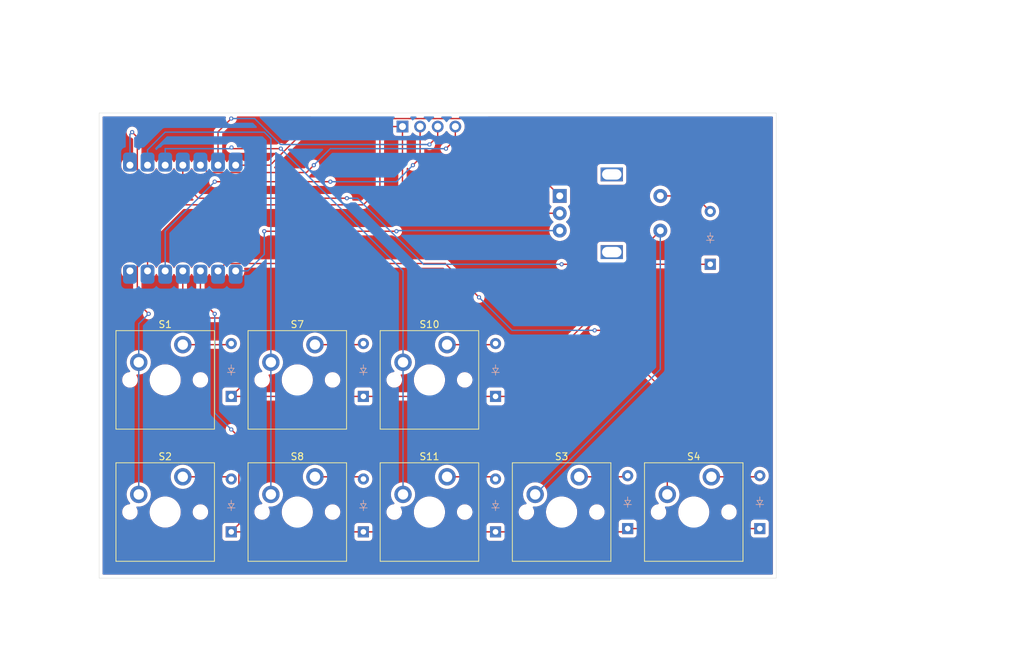
<source format=kicad_pcb>
(kicad_pcb (version 20240108) (generator "pcbnew") (generator_version "8.0")
  (layers (0 "F.Cu" signal) (31 "B.Cu" signal) (34 "B.Paste" user) (35 "F.Paste" user) (36 "B.SilkS" user "B.Silkscreen") (37 "F.SilkS" user "F.Silkscreen") (38 "B.Mask" user) (39 "F.Mask" user) (44 "Edge.Cuts" user))
  (net 0 "")
  (net 1 "Row 1")
  (net 2 "Net-(D3-A)")
  (net 3 "Net-(D4-A)")
  (net 4 "Net-(D5-A)")
  (net 5 "Net-(D6-A)")
  (net 6 "Net-(D7-A)")
  (net 7 "Net-(D8-A)")
  (net 8 "Net-(D10-A)")
  (net 9 "Net-(D11-A)")
  (net 10 "Column 3")
  (net 11 "Column 4")
  (net 12 "Column 1")
  (net 13 "Column 2")
  (net 14 "Net-(J1-SCL)")
  (net 16 "GND")
  (net 17 "Net-(J1-SDA)")
  (net 18 "Net-(U1-PB08_A6_D6_TX)")
  (net 19 "Net-(U1-PB09_A7_D7_RX)")
  (net 20 "Net-(J1-VCC)")
  (net 21 "Row 0")
  (net 22 "Column 0")
  (net 23 "RE S2")
  (footprint "ScottoKeebs_MX:MX_PCB_1.00u" (layer "F.Cu") (at 135.725 89.52875)
    (property "Reference" "S10" (at 0 -8 0) (layer "F.SilkS"))
    (property "Value" "Keyswitch")
    (fp_line (start -7.1 -7.1) (end -7.1 7.1) (stroke (width 0.12)) (layer "F.SilkS"))
    (fp_line (start -7.1 7.1) (end 7.1 7.1) (stroke (width 0.12)) (layer "F.SilkS"))
    (fp_line (start 7.1 -7.1) (end -7.1 -7.1) (stroke (width 0.12)) (layer "F.SilkS"))
    (fp_line (start 7.1 7.1) (end 7.1 -7.1) (stroke (width 0.12)) (layer "F.SilkS"))
    (pad "" np_thru_hole circle (at -5.08 0) (size 1.75 1.75) (drill 1.75) (layers "*.Cu" "*.Mask"))
    (pad "" np_thru_hole circle (at 0 0) (size 4 4) (drill 4) (layers "*.Cu" "*.Mask"))
    (pad "" np_thru_hole circle (at 5.08 0) (size 1.75 1.75) (drill 1.75) (layers "*.Cu" "*.Mask"))
    (pad "1" thru_hole circle (at -3.81 -2.54) (size 2.5 2.5) (drill 1.5) (layers "*.Cu" "*.Mask") (net 13 "Column 2"))
    (pad "2" thru_hole circle (at 2.54 -5.08) (size 2.5 2.5) (drill 1.5) (layers "*.Cu" "*.Mask") (net 8 "Net-(D10-A)"))
  )
  (footprint "ScottoKeebs_Scotto:Encoder_EC11_MX" (layer "F.Cu") (at 162.00625 65.50375)
    (property "Reference" "SW2" (hide yes))
    (property "Value" "RotaryEncoder_Switch" (hide yes))
    (pad "A" thru_hole rect (at -7.5 -2.5) (size 2 2) (drill 1) (layers "*.Cu" "*.Mask") (net 18 "Net-(U1-PB08_A6_D6_TX)"))
    (pad "B" thru_hole circle (at -7.5 2.5) (size 2 2) (drill 1) (layers "*.Cu" "*.Mask") (net 19 "Net-(U1-PB09_A7_D7_RX)"))
    (pad "C" thru_hole circle (at -7.5 0) (size 2 2) (drill 1) (layers "*.Cu" "*.Mask") (net 16 "GND"))
    (pad "MP" thru_hole rect (at 0 -5.6) (size 3.2 2) (drill oval 2.8 1.5) (layers "*.Cu" "*.Mask"))
    (pad "MP" thru_hole rect (at 0 5.6) (size 3.2 2) (drill oval 2.8 1.5) (layers "*.Cu" "*.Mask"))
    (pad "S1" thru_hole circle (at 7 2.5) (size 2 2) (drill 1) (layers "*.Cu" "*.Mask") (net 10 "Column 3"))
    (pad "S2" thru_hole circle (at 7 -2.5) (size 2 2) (drill 1) (layers "*.Cu" "*.Mask") (net 23 "RE S2"))
  )
  (footprint "ScottoKeebs_MX:MX_PCB_1.00u" (layer "F.Cu") (at 97.625 108.57875)
    (property "Reference" "S2" (at 0 -8 0) (layer "F.SilkS"))
    (property "Value" "Keyswitch")
    (fp_line (start -7.1 -7.1) (end -7.1 7.1) (stroke (width 0.12)) (layer "F.SilkS"))
    (fp_line (start -7.1 7.1) (end 7.1 7.1) (stroke (width 0.12)) (layer "F.SilkS"))
    (fp_line (start 7.1 -7.1) (end -7.1 -7.1) (stroke (width 0.12)) (layer "F.SilkS"))
    (fp_line (start 7.1 7.1) (end 7.1 -7.1) (stroke (width 0.12)) (layer "F.SilkS"))
    (pad "" np_thru_hole circle (at -5.08 0) (size 1.75 1.75) (drill 1.75) (layers "*.Cu" "*.Mask"))
    (pad "" np_thru_hole circle (at 0 0) (size 4 4) (drill 4) (layers "*.Cu" "*.Mask"))
    (pad "" np_thru_hole circle (at 5.08 0) (size 1.75 1.75) (drill 1.75) (layers "*.Cu" "*.Mask"))
    (pad "1" thru_hole circle (at -3.81 -2.54) (size 2.5 2.5) (drill 1.5) (layers "*.Cu" "*.Mask") (net 22 "Column 0"))
    (pad "2" thru_hole circle (at 2.54 -5.08) (size 2.5 2.5) (drill 1.5) (layers "*.Cu" "*.Mask") (net 5 "Net-(D6-A)"))
  )
  (footprint "ScottoKeebs_MX:MX_PCB_1.00u" (layer "F.Cu") (at 116.675 89.52875)
    (property "Reference" "S7" (at 0 -8 0) (layer "F.SilkS"))
    (property "Value" "Keyswitch")
    (fp_line (start -7.1 -7.1) (end -7.1 7.1) (stroke (width 0.12)) (layer "F.SilkS"))
    (fp_line (start -7.1 7.1) (end 7.1 7.1) (stroke (width 0.12)) (layer "F.SilkS"))
    (fp_line (start 7.1 -7.1) (end -7.1 -7.1) (stroke (width 0.12)) (layer "F.SilkS"))
    (fp_line (start 7.1 7.1) (end 7.1 -7.1) (stroke (width 0.12)) (layer "F.SilkS"))
    (pad "" np_thru_hole circle (at -5.08 0) (size 1.75 1.75) (drill 1.75) (layers "*.Cu" "*.Mask"))
    (pad "" np_thru_hole circle (at 0 0) (size 4 4) (drill 4) (layers "*.Cu" "*.Mask"))
    (pad "" np_thru_hole circle (at 5.08 0) (size 1.75 1.75) (drill 1.75) (layers "*.Cu" "*.Mask"))
    (pad "1" thru_hole circle (at -3.81 -2.54) (size 2.5 2.5) (drill 1.5) (layers "*.Cu" "*.Mask") (net 12 "Column 1"))
    (pad "2" thru_hole circle (at 2.54 -5.08) (size 2.5 2.5) (drill 1.5) (layers "*.Cu" "*.Mask") (net 6 "Net-(D7-A)"))
  )
  (footprint "ScottoKeebs_MX:MX_PCB_1.00u" (layer "F.Cu") (at 173.825 108.57875)
    (property "Reference" "S4" (at 0 -8 0) (layer "F.SilkS"))
    (property "Value" "Keyswitch")
    (fp_line (start -7.1 -7.1) (end -7.1 7.1) (stroke (width 0.12)) (layer "F.SilkS"))
    (fp_line (start -7.1 7.1) (end 7.1 7.1) (stroke (width 0.12)) (layer "F.SilkS"))
    (fp_line (start 7.1 -7.1) (end -7.1 -7.1) (stroke (width 0.12)) (layer "F.SilkS"))
    (fp_line (start 7.1 7.1) (end 7.1 -7.1) (stroke (width 0.12)) (layer "F.SilkS"))
    (pad "" np_thru_hole circle (at -5.08 0) (size 1.75 1.75) (drill 1.75) (layers "*.Cu" "*.Mask"))
    (pad "" np_thru_hole circle (at 0 0) (size 4 4) (drill 4) (layers "*.Cu" "*.Mask"))
    (pad "" np_thru_hole circle (at 5.08 0) (size 1.75 1.75) (drill 1.75) (layers "*.Cu" "*.Mask"))
    (pad "1" thru_hole circle (at -3.81 -2.54) (size 2.5 2.5) (drill 1.5) (layers "*.Cu" "*.Mask") (net 11 "Column 4"))
    (pad "2" thru_hole circle (at 2.54 -5.08) (size 2.5 2.5) (drill 1.5) (layers "*.Cu" "*.Mask") (net 3 "Net-(D4-A)"))
  )
  (footprint "ScottoKeebs_MX:MX_PCB_1.00u" (layer "F.Cu") (at 135.725 108.57875)
    (property "Reference" "S11" (at 0 -8 0) (layer "F.SilkS"))
    (property "Value" "Keyswitch")
    (fp_line (start -7.1 -7.1) (end -7.1 7.1) (stroke (width 0.12)) (layer "F.SilkS"))
    (fp_line (start -7.1 7.1) (end 7.1 7.1) (stroke (width 0.12)) (layer "F.SilkS"))
    (fp_line (start 7.1 -7.1) (end -7.1 -7.1) (stroke (width 0.12)) (layer "F.SilkS"))
    (fp_line (start 7.1 7.1) (end 7.1 -7.1) (stroke (width 0.12)) (layer "F.SilkS"))
    (pad "" np_thru_hole circle (at -5.08 0) (size 1.75 1.75) (drill 1.75) (layers "*.Cu" "*.Mask"))
    (pad "" np_thru_hole circle (at 0 0) (size 4 4) (drill 4) (layers "*.Cu" "*.Mask"))
    (pad "" np_thru_hole circle (at 5.08 0) (size 1.75 1.75) (drill 1.75) (layers "*.Cu" "*.Mask"))
    (pad "1" thru_hole circle (at -3.81 -2.54) (size 2.5 2.5) (drill 1.5) (layers "*.Cu" "*.Mask") (net 13 "Column 2"))
    (pad "2" thru_hole circle (at 2.54 -5.08) (size 2.5 2.5) (drill 1.5) (layers "*.Cu" "*.Mask") (net 9 "Net-(D11-A)"))
  )
  (footprint "ScottoKeebs_MX:MX_PCB_1.00u" (layer "F.Cu") (at 116.675 108.57875)
    (property "Reference" "S8" (at 0 -8 0) (layer "F.SilkS"))
    (property "Value" "Keyswitch")
    (fp_line (start -7.1 -7.1) (end -7.1 7.1) (stroke (width 0.12)) (layer "F.SilkS"))
    (fp_line (start -7.1 7.1) (end 7.1 7.1) (stroke (width 0.12)) (layer "F.SilkS"))
    (fp_line (start 7.1 -7.1) (end -7.1 -7.1) (stroke (width 0.12)) (layer "F.SilkS"))
    (fp_line (start 7.1 7.1) (end 7.1 -7.1) (stroke (width 0.12)) (layer "F.SilkS"))
    (pad "" np_thru_hole circle (at -5.08 0) (size 1.75 1.75) (drill 1.75) (layers "*.Cu" "*.Mask"))
    (pad "" np_thru_hole circle (at 0 0) (size 4 4) (drill 4) (layers "*.Cu" "*.Mask"))
    (pad "" np_thru_hole circle (at 5.08 0) (size 1.75 1.75) (drill 1.75) (layers "*.Cu" "*.Mask"))
    (pad "1" thru_hole circle (at -3.81 -2.54) (size 2.5 2.5) (drill 1.5) (layers "*.Cu" "*.Mask") (net 12 "Column 1"))
    (pad "2" thru_hole circle (at 2.54 -5.08) (size 2.5 2.5) (drill 1.5) (layers "*.Cu" "*.Mask") (net 7 "Net-(D8-A)"))
  )
  (footprint "ScottoKeebs_MX:MX_PCB_1.00u" (layer "F.Cu") (at 97.625 89.52875)
    (property "Reference" "S1" (at 0 -8 0) (layer "F.SilkS"))
    (property "Value" "Keyswitch")
    (fp_line (start -7.1 -7.1) (end -7.1 7.1) (stroke (width 0.12)) (layer "F.SilkS"))
    (fp_line (start -7.1 7.1) (end 7.1 7.1) (stroke (width 0.12)) (layer "F.SilkS"))
    (fp_line (start 7.1 -7.1) (end -7.1 -7.1) (stroke (width 0.12)) (layer "F.SilkS"))
    (fp_line (start 7.1 7.1) (end 7.1 -7.1) (stroke (width 0.12)) (layer "F.SilkS"))
    (pad "" np_thru_hole circle (at -5.08 0) (size 1.75 1.75) (drill 1.75) (layers "*.Cu" "*.Mask"))
    (pad "" np_thru_hole circle (at 0 0) (size 4 4) (drill 4) (layers "*.Cu" "*.Mask"))
    (pad "" np_thru_hole circle (at 5.08 0) (size 1.75 1.75) (drill 1.75) (layers "*.Cu" "*.Mask"))
    (pad "1" thru_hole circle (at -3.81 -2.54) (size 2.5 2.5) (drill 1.5) (layers "*.Cu" "*.Mask") (net 22 "Column 0"))
    (pad "2" thru_hole circle (at 2.54 -5.08) (size 2.5 2.5) (drill 1.5) (layers "*.Cu" "*.Mask") (net 4 "Net-(D5-A)"))
  )
  (footprint "ScottoKeebs_MX:MX_PCB_1.00u" (layer "F.Cu") (at 154.775 108.57875)
    (property "Reference" "S3" (at 0 -8 0) (layer "F.SilkS"))
    (property "Value" "Keyswitch")
    (fp_line (start -7.1 -7.1) (end -7.1 7.1) (stroke (width 0.12)) (layer "F.SilkS"))
    (fp_line (start -7.1 7.1) (end 7.1 7.1) (stroke (width 0.12)) (layer "F.SilkS"))
    (fp_line (start 7.1 -7.1) (end -7.1 -7.1) (stroke (width 0.12)) (layer "F.SilkS"))
    (fp_line (start 7.1 7.1) (end 7.1 -7.1) (stroke (width 0.12)) (layer "F.SilkS"))
    (pad "" np_thru_hole circle (at -5.08 0) (size 1.75 1.75) (drill 1.75) (layers "*.Cu" "*.Mask"))
    (pad "" np_thru_hole circle (at 0 0) (size 4 4) (drill 4) (layers "*.Cu" "*.Mask"))
    (pad "" np_thru_hole circle (at 5.08 0) (size 1.75 1.75) (drill 1.75) (layers "*.Cu" "*.Mask"))
    (pad "1" thru_hole circle (at -3.81 -2.54) (size 2.5 2.5) (drill 1.5) (layers "*.Cu" "*.Mask") (net 10 "Column 3"))
    (pad "2" thru_hole circle (at 2.54 -5.08) (size 2.5 2.5) (drill 1.5) (layers "*.Cu" "*.Mask") (net 2 "Net-(D3-A)"))
  )
  (footprint "ScottoKeebs_Components:OLED_128x64" (layer "F.Cu") (at 135.645625 53.00375)
    (property "Reference" "J1" (hide yes))
    (property "Value" "OLED_128x64")
    (pad "1" thru_hole rect (at -3.81 0 90) (size 1.7 1.7) (drill 1) (layers "*.Cu" "*.Mask") (net 16 "GND"))
    (pad "2" thru_hole oval (at -1.27 0 90) (size 1.7 1.7) (drill 1) (layers "*.Cu" "*.Mask") (net 20 "Net-(J1-VCC)"))
    (pad "3" thru_hole oval (at 1.27 0 90) (size 1.7 1.7) (drill 1) (layers "*.Cu" "*.Mask") (net 14 "Net-(J1-SCL)"))
    (pad "4" thru_hole oval (at 3.81 0 90) (size 1.7 1.7) (drill 1) (layers "*.Cu" "*.Mask") (net 17 "Net-(J1-SDA)"))
  )
  (footprint "ScottoKeebs_Components:Diode_DO-35" (layer "B.Cu") (at 126.2 91.91 90)
    (property "Reference" "D7" (hide yes))
    (property "Value" "Diode" (hide yes))
    (fp_line (start 3.46 -0.55) (end 3.46 0.55) (stroke (width 0.1)) (layer "B.SilkS"))
    (fp_line (start 4.06 -0.4) (end 4.06 0.4) (stroke (width 0.1)) (layer "B.SilkS"))
    (fp_line (start 4.56 0) (end 4.06 0) (stroke (width 0.1)) (layer "B.SilkS"))
    (fp_line (start 3.46 0) (end 4.06 -0.4) (stroke (width 0.1)) (layer "B.SilkS"))
    (fp_line (start 3.46 0) (end 3.06 0) (stroke (width 0.1)) (layer "B.SilkS"))
    (fp_line (start 4.06 0.4) (end 3.46 0) (stroke (width 0.1)) (layer "B.SilkS"))
    (pad "1" thru_hole rect (at 0 0 90) (size 1.6 1.6) (drill 0.8) (layers "*.Cu" "*.Mask") (net 21 "Row 0"))
    (pad "2" thru_hole oval (at 7.62 0 90) (size 1.6 1.6) (drill 0.8) (layers "*.Cu" "*.Mask") (net 6 "Net-(D7-A)"))
  )
  (footprint "ScottoKeebs_Components:Diode_DO-35" (layer "B.Cu") (at 176.20625 72.86 90)
    (property "Reference" "D1" (hide yes))
    (property "Value" "Diode" (hide yes))
    (fp_line (start 3.46 -0.55) (end 3.46 0.55) (stroke (width 0.1)) (layer "B.SilkS"))
    (fp_line (start 4.06 -0.4) (end 4.06 0.4) (stroke (width 0.1)) (layer "B.SilkS"))
    (fp_line (start 4.56 0) (end 4.06 0) (stroke (width 0.1)) (layer "B.SilkS"))
    (fp_line (start 3.46 0) (end 4.06 -0.4) (stroke (width 0.1)) (layer "B.SilkS"))
    (fp_line (start 3.46 0) (end 3.06 0) (stroke (width 0.1)) (layer "B.SilkS"))
    (fp_line (start 4.06 0.4) (end 3.46 0) (stroke (width 0.1)) (layer "B.SilkS"))
    (pad "1" thru_hole rect (at 0 0 90) (size 1.6 1.6) (drill 0.8) (layers "*.Cu" "*.Mask") (net 21 "Row 0"))
    (pad "2" thru_hole oval (at 7.62 0 90) (size 1.6 1.6) (drill 0.8) (layers "*.Cu" "*.Mask") (net 23 "RE S2"))
  )
  (footprint "ScottoKeebs_Components:Diode_DO-35" (layer "B.Cu") (at 145.25 111.43625 90)
    (property "Reference" "D11" (hide yes))
    (property "Value" "Diode" (hide yes))
    (fp_line (start 3.46 -0.55) (end 3.46 0.55) (stroke (width 0.1)) (layer "B.SilkS"))
    (fp_line (start 4.06 -0.4) (end 4.06 0.4) (stroke (width 0.1)) (layer "B.SilkS"))
    (fp_line (start 4.56 0) (end 4.06 0) (stroke (width 0.1)) (layer "B.SilkS"))
    (fp_line (start 3.46 0) (end 4.06 -0.4) (stroke (width 0.1)) (layer "B.SilkS"))
    (fp_line (start 3.46 0) (end 3.06 0) (stroke (width 0.1)) (layer "B.SilkS"))
    (fp_line (start 4.06 0.4) (end 3.46 0) (stroke (width 0.1)) (layer "B.SilkS"))
    (pad "1" thru_hole rect (at 0 0 90) (size 1.6 1.6) (drill 0.8) (layers "*.Cu" "*.Mask") (net 1 "Row 1"))
    (pad "2" thru_hole oval (at 7.62 0 90) (size 1.6 1.6) (drill 0.8) (layers "*.Cu" "*.Mask") (net 9 "Net-(D11-A)"))
  )
  (footprint "ScottoKeebs_Components:Diode_DO-35" (layer "B.Cu") (at 183.35 110.96 90)
    (property "Reference" "D4" (hide yes))
    (property "Value" "Diode" (hide yes))
    (fp_line (start 3.46 -0.55) (end 3.46 0.55) (stroke (width 0.1)) (layer "B.SilkS"))
    (fp_line (start 4.06 -0.4) (end 4.06 0.4) (stroke (width 0.1)) (layer "B.SilkS"))
    (fp_line (start 4.56 0) (end 4.06 0) (stroke (width 0.1)) (layer "B.SilkS"))
    (fp_line (start 3.46 0) (end 4.06 -0.4) (stroke (width 0.1)) (layer "B.SilkS"))
    (fp_line (start 3.46 0) (end 3.06 0) (stroke (width 0.1)) (layer "B.SilkS"))
    (fp_line (start 4.06 0.4) (end 3.46 0) (stroke (width 0.1)) (layer "B.SilkS"))
    (pad "1" thru_hole rect (at 0 0 90) (size 1.6 1.6) (drill 0.8) (layers "*.Cu" "*.Mask") (net 1 "Row 1"))
    (pad "2" thru_hole oval (at 7.62 0 90) (size 1.6 1.6) (drill 0.8) (layers "*.Cu" "*.Mask") (net 3 "Net-(D4-A)"))
  )
  (footprint "ScottoKeebs_Components:Diode_DO-35" (layer "B.Cu") (at 126.2 111.43625 90)
    (property "Reference" "D8" (hide yes))
    (property "Value" "Diode" (hide yes))
    (fp_line (start 3.46 -0.55) (end 3.46 0.55) (stroke (width 0.1)) (layer "B.SilkS"))
    (fp_line (start 4.06 -0.4) (end 4.06 0.4) (stroke (width 0.1)) (layer "B.SilkS"))
    (fp_line (start 4.56 0) (end 4.06 0) (stroke (width 0.1)) (layer "B.SilkS"))
    (fp_line (start 3.46 0) (end 4.06 -0.4) (stroke (width 0.1)) (layer "B.SilkS"))
    (fp_line (start 3.46 0) (end 3.06 0) (stroke (width 0.1)) (layer "B.SilkS"))
    (fp_line (start 4.06 0.4) (end 3.46 0) (stroke (width 0.1)) (layer "B.SilkS"))
    (pad "1" thru_hole rect (at 0 0 90) (size 1.6 1.6) (drill 0.8) (layers "*.Cu" "*.Mask") (net 1 "Row 1"))
    (pad "2" thru_hole oval (at 7.62 0 90) (size 1.6 1.6) (drill 0.8) (layers "*.Cu" "*.Mask") (net 7 "Net-(D8-A)"))
  )
  (footprint "ScottoKeebs_Components:Diode_DO-35" (layer "B.Cu") (at 107.15 91.91 90)
    (property "Reference" "D5" (hide yes))
    (property "Value" "Diode" (hide yes))
    (fp_line (start 3.46 -0.55) (end 3.46 0.55) (stroke (width 0.1)) (layer "B.SilkS"))
    (fp_line (start 4.06 -0.4) (end 4.06 0.4) (stroke (width 0.1)) (layer "B.SilkS"))
    (fp_line (start 4.56 0) (end 4.06 0) (stroke (width 0.1)) (layer "B.SilkS"))
    (fp_line (start 3.46 0) (end 4.06 -0.4) (stroke (width 0.1)) (layer "B.SilkS"))
    (fp_line (start 3.46 0) (end 3.06 0) (stroke (width 0.1)) (layer "B.SilkS"))
    (fp_line (start 4.06 0.4) (end 3.46 0) (stroke (width 0.1)) (layer "B.SilkS"))
    (pad "1" thru_hole rect (at 0 0 90) (size 1.6 1.6) (drill 0.8) (layers "*.Cu" "*.Mask") (net 21 "Row 0"))
    (pad "2" thru_hole oval (at 7.62 0 90) (size 1.6 1.6) (drill 0.8) (layers "*.Cu" "*.Mask") (net 4 "Net-(D5-A)"))
  )
  (footprint "ScottoKeebs_MCU:Seeed_XIAO_RP2040" (layer "B.Cu") (at 100.165 66.1925 -90)
    (property "Reference" "U1" (hide yes))
    (property "Value" "MCU_Seeed_XIAO_RP2040")
    (pad "1" smd roundrect (at -8.065 7.62 270) (size 2.75 2) (layers "B.Cu" "B.Paste" "B.Mask") (net 22 "Column 0"))
    (pad "1" thru_hole rect (at -7.62 7.62 180) (size 1.6 1.6) (drill 1) (layers "*.Cu" "*.Mask") (net 22 "Column 0"))
    (pad "2" smd roundrect (at -8.065 5.08 270) (size 2.75 2) (layers "B.Cu" "B.Paste" "B.Mask") (net 12 "Column 1"))
    (pad "2" thru_hole circle (at -7.62 5.08 180) (size 1.6 1.6) (drill 1) (layers "*.Cu" "*.Mask") (net 12 "Column 1"))
    (pad "3" smd roundrect (at -8.065 2.54 270) (size 2.75 2) (layers "B.Cu" "B.Paste" "B.Mask") (net 13 "Column 2"))
    (pad "3" thru_hole circle (at -7.62 2.54 180) (size 1.6 1.6) (drill 1) (layers "*.Cu" "*.Mask") (net 13 "Column 2"))
    (pad "4" smd roundrect (at -8.065 0 270) (size 2.75 2) (layers "B.Cu" "B.Paste" "B.Mask") (net 10 "Column 3"))
    (pad "4" thru_hole circle (at -7.62 0 180) (size 1.6 1.6) (drill 1) (layers "*.Cu" "*.Mask") (net 10 "Column 3"))
    (pad "5" smd roundrect (at -8.065 -2.54 270) (size 2.75 2) (layers "B.Cu" "B.Paste" "B.Mask") (net 17 "Net-(J1-SDA)"))
    (pad "5" thru_hole circle (at -7.62 -2.54 180) (size 1.6 1.6) (drill 1) (layers "*.Cu" "*.Mask") (net 17 "Net-(J1-SDA)"))
    (pad "6" smd roundrect (at -8.065 -5.08 270) (size 2.75 2) (layers "B.Cu" "B.Paste" "B.Mask") (net 14 "Net-(J1-SCL)"))
    (pad "6" thru_hole circle (at -7.62 -5.08 180) (size 1.6 1.6) (drill 1) (layers "*.Cu" "*.Mask") (net 14 "Net-(J1-SCL)"))
    (pad "7" smd roundrect (at -8.065 -7.62 270) (size 2.75 2) (layers "B.Cu" "B.Paste" "B.Mask") (net 18 "Net-(U1-PB08_A6_D6_TX)"))
    (pad "7" thru_hole circle (at -7.62 -7.62 180) (size 1.6 1.6) (drill 1) (layers "*.Cu" "*.Mask") (net 18 "Net-(U1-PB08_A6_D6_TX)"))
    (pad "8" thru_hole circle (at 7.62 -7.62 180) (size 1.6 1.6) (drill 1) (layers "*.Cu" "*.Mask") (net 19 "Net-(U1-PB09_A7_D7_RX)"))
    (pad "8" smd roundrect (at 8.1 -7.62 270) (size 2.75 2) (layers "B.Cu" "B.Paste" "B.Mask") (net 19 "Net-(U1-PB09_A7_D7_RX)"))
    (pad "9" thru_hole circle (at 7.62 -5.08 180) (size 1.6 1.6) (drill 1) (layers "*.Cu" "*.Mask") (net 11 "Column 4"))
    (pad "9" smd roundrect (at 8.1 -5.08 270) (size 2.75 2) (layers "B.Cu" "B.Paste" "B.Mask") (net 11 "Column 4"))
    (pad "10" thru_hole circle (at 7.62 -2.54 180) (size 1.6 1.6) (drill 1) (layers "*.Cu" "*.Mask") (net 1 "Row 1"))
    (pad "10" smd roundrect (at 8.1 -2.54 270) (size 2.75 2) (layers "B.Cu" "B.Paste" "B.Mask") (net 1 "Row 1"))
    (pad "11" thru_hole circle (at 7.62 0 180) (size 1.6 1.6) (drill 1) (layers "*.Cu" "*.Mask") (net 21 "Row 0"))
    (pad "11" smd roundrect (at 8.1 0 270) (size 2.75 2) (layers "B.Cu" "B.Paste" "B.Mask") (net 21 "Row 0"))
    (pad "12" thru_hole circle (at 7.62 2.54 180) (size 1.6 1.6) (drill 1) (layers "*.Cu" "*.Mask") (net 20 "Net-(J1-VCC)"))
    (pad "12" smd roundrect (at 8.1 2.54 270) (size 2.75 2) (layers "B.Cu" "B.Paste" "B.Mask") (net 20 "Net-(J1-VCC)"))
    (pad "13" thru_hole circle (at 7.62 5.08 180) (size 1.6 1.6) (drill 1) (layers "*.Cu" "*.Mask") (net 16 "GND"))
    (pad "13" smd roundrect (at 8.1 5.08 270) (size 2.75 2) (layers "B.Cu" "B.Paste" "B.Mask") (net 16 "GND"))
    (pad "14" thru_hole circle (at 7.62 7.62 180) (size 1.6 1.6) (drill 1) (layers "*.Cu" "*.Mask"))
    (pad "14" smd roundrect (at 8.1 7.62 270) (size 2.75 2) (layers "B.Cu" "B.Paste" "B.Mask"))
  )
  (footprint "ScottoKeebs_Components:Diode_DO-35" (layer "B.Cu") (at 107.15 111.43625 90)
    (property "Reference" "D6" (hide yes))
    (property "Value" "Diode" (hide yes))
    (fp_line (start 3.46 -0.55) (end 3.46 0.55) (stroke (width 0.1)) (layer "B.SilkS"))
    (fp_line (start 4.06 -0.4) (end 4.06 0.4) (stroke (width 0.1)) (layer "B.SilkS"))
    (fp_line (start 4.56 0) (end 4.06 0) (stroke (width 0.1)) (layer "B.SilkS"))
    (fp_line (start 3.46 0) (end 4.06 -0.4) (stroke (width 0.1)) (layer "B.SilkS"))
    (fp_line (start 3.46 0) (end 3.06 0) (stroke (width 0.1)) (layer "B.SilkS"))
    (fp_line (start 4.06 0.4) (end 3.46 0) (stroke (width 0.1)) (layer "B.SilkS"))
    (pad "1" thru_hole rect (at 0 0 90) (size 1.6 1.6) (drill 0.8) (layers "*.Cu" "*.Mask") (net 1 "Row 1"))
    (pad "2" thru_hole oval (at 7.62 0 90) (size 1.6 1.6) (drill 0.8) (layers "*.Cu" "*.Mask") (net 5 "Net-(D6-A)"))
  )
  (footprint "ScottoKeebs_Components:Diode_DO-35" (layer "B.Cu") (at 145.25 91.91 90)
    (property "Reference" "D10" (hide yes))
    (property "Value" "Diode" (hide yes))
    (fp_line (start 3.46 -0.55) (end 3.46 0.55) (stroke (width 0.1)) (layer "B.SilkS"))
    (fp_line (start 4.06 -0.4) (end 4.06 0.4) (stroke (width 0.1)) (layer "B.SilkS"))
    (fp_line (start 4.56 0) (end 4.06 0) (stroke (width 0.1)) (layer "B.SilkS"))
    (fp_line (start 3.46 0) (end 4.06 -0.4) (stroke (width 0.1)) (layer "B.SilkS"))
    (fp_line (start 3.46 0) (end 3.06 0) (stroke (width 0.1)) (layer "B.SilkS"))
    (fp_line (start 4.06 0.4) (end 3.46 0) (stroke (width 0.1)) (layer "B.SilkS"))
    (pad "1" thru_hole rect (at 0 0 90) (size 1.6 1.6) (drill 0.8) (layers "*.Cu" "*.Mask") (net 21 "Row 0"))
    (pad "2" thru_hole oval (at 7.62 0 90) (size 1.6 1.6) (drill 0.8) (layers "*.Cu" "*.Mask") (net 8 "Net-(D10-A)"))
  )
  (footprint "ScottoKeebs_Components:Diode_DO-35" (layer "B.Cu") (at 164.3 110.96 90)
    (property "Reference" "D3" (hide yes))
    (property "Value" "Diode" (hide yes))
    (fp_line (start 3.46 -0.55) (end 3.46 0.55) (stroke (width 0.1)) (layer "B.SilkS"))
    (fp_line (start 4.06 -0.4) (end 4.06 0.4) (stroke (width 0.1)) (layer "B.SilkS"))
    (fp_line (start 4.56 0) (end 4.06 0) (stroke (width 0.1)) (layer "B.SilkS"))
    (fp_line (start 3.46 0) (end 4.06 -0.4) (stroke (width 0.1)) (layer "B.SilkS"))
    (fp_line (start 3.46 0) (end 3.06 0) (stroke (width 0.1)) (layer "B.SilkS"))
    (fp_line (start 4.06 0.4) (end 3.46 0) (stroke (width 0.1)) (layer "B.SilkS"))
    (pad "1" thru_hole rect (at 0 0 90) (size 1.6 1.6) (drill 0.8) (layers "*.Cu" "*.Mask") (net 1 "Row 1"))
    (pad "2" thru_hole oval (at 7.62 0 90) (size 1.6 1.6) (drill 0.8) (layers "*.Cu" "*.Mask") (net 2 "Net-(D3-A)"))
  )
  (gr_rect (start 88.1 51.0475) (end 185.73125 118.10375) (stroke (width 0.05)) (fill none) (layer "Edge.Cuts"))
  (segment (start 102.705 77.94) (end 102.705 73.8125) (width 0.2) (layer "F.Cu") (net 1))
  (segment (start 104.76875 80.00375) (end 102.705 77.94) (width 0.2) (layer "F.Cu") (net 1))
  (segment (start 126.2 111.43625) (end 145.25 111.43625) (width 0.2) (layer "F.Cu") (net 1))
  (segment (start 164.3 110.96) (end 183.35 110.96) (width 0.2) (layer "F.Cu") (net 1))
  (segment (start 126.2 111.43625) (end 107.15 111.43625) (width 0.2) (layer "F.Cu") (net 1))
  (segment (start 108.25 110.33625) (end 108.25 97.7725) (width 0.2) (layer "F.Cu") (net 1))
  (segment (start 107.15 111.43625) (end 108.25 110.33625) (width 0.2) (layer "F.Cu") (net 1))
  (segment (start 163.82375 111.43625) (end 164.3 110.96) (width 0.2) (layer "F.Cu") (net 1))
  (segment (start 108.25 97.7725) (end 107.15 96.6725) (width 0.2) (layer "F.Cu") (net 1))
  (segment (start 145.25 111.43625) (end 163.82375 111.43625) (width 0.2) (layer "F.Cu") (net 1))
  (via (at 104.76875 80.00375) (size 0.6) (drill 0.3) (layers "F.Cu" "B.Cu") (net 1))
  (via (at 107.15 96.6725) (size 0.6) (drill 0.3) (layers "F.Cu" "B.Cu") (net 1))
  (segment (start 104.76875 94.29125) (end 104.76875 80.00375) (width 0.2) (layer "B.Cu") (net 1))
  (segment (start 107.15 96.6725) (end 104.76875 94.29125) (width 0.2) (layer "B.Cu") (net 1))
  (segment (start 164.14125 103.49875) (end 164.3 103.34) (width 0.2) (layer "F.Cu") (net 2))
  (segment (start 157.315 103.49875) (end 164.14125 103.49875) (width 0.2) (layer "F.Cu") (net 2))
  (segment (start 176.365 103.49875) (end 183.19125 103.49875) (width 0.2) (layer "F.Cu") (net 3))
  (segment (start 183.19125 103.49875) (end 183.35 103.34) (width 0.2) (layer "F.Cu") (net 3))
  (segment (start 106.99125 84.44875) (end 107.15 84.29) (width 0.2) (layer "F.Cu") (net 4))
  (segment (start 100.165 84.44875) (end 106.99125 84.44875) (width 0.2) (layer "F.Cu") (net 4))
  (segment (start 106.99125 103.49875) (end 107.15 103.34) (width 0.2) (layer "F.Cu") (net 5))
  (segment (start 100.165 103.49875) (end 106.99125 103.49875) (width 0.2) (layer "F.Cu") (net 5))
  (segment (start 119.215 84.44875) (end 126.04125 84.44875) (width 0.2) (layer "F.Cu") (net 6))
  (segment (start 126.04125 84.44875) (end 126.2 84.29) (width 0.2) (layer "F.Cu") (net 6))
  (segment (start 119.215 103.49875) (end 125.8825 103.49875) (width 0.2) (layer "F.Cu") (net 7))
  (segment (start 125.8825 103.49875) (end 126.2 103.81625) (width 0.2) (layer "F.Cu") (net 7))
  (segment (start 144.9325 84.44875) (end 145.25 84.76625) (width 0.2) (layer "F.Cu") (net 8))
  (segment (start 138.265 84.44875) (end 144.9325 84.44875) (width 0.2) (layer "F.Cu") (net 8))
  (segment (start 138.265 103.49875) (end 144.9325 103.49875) (width 0.2) (layer "F.Cu") (net 9))
  (segment (start 144.9325 103.49875) (end 145.25 103.81625) (width 0.2) (layer "F.Cu") (net 9))
  (segment (start 164.15 72.86) (end 154.775 72.86) (width 0.2) (layer "F.Cu") (net 10))
  (segment (start 123.81875 63.335) (end 102.3875 63.335) (width 0.2) (layer "F.Cu") (net 10))
  (segment (start 100.165 61.1125) (end 100.165 58.5725) (width 0.2) (layer "F.Cu") (net 10))
  (segment (start 102.3875 63.335) (end 100.165 61.1125) (width 0.2) (layer "F.Cu") (net 10))
  (segment (start 169.00625 68.00375) (end 164.15 72.86) (width 0.2) (layer "F.Cu") (net 10))
  (via (at 123.81875 63.335) (size 0.6) (drill 0.3) (layers "F.Cu" "B.Cu") (net 10))
  (via (at 154.775 72.86) (size 0.6) (drill 0.3) (layers "F.Cu" "B.Cu") (net 10))
  (segment (start 154.775 72.86) (end 134.876471 72.86) (width 0.2) (layer "B.Cu") (net 10))
  (segment (start 134.876471 72.86) (end 125.351471 63.335) (width 0.2) (layer "B.Cu") (net 10))
  (segment (start 169.00625 87.9975) (end 150.965 106.03875) (width 0.2) (layer "B.Cu") (net 10))
  (segment (start 169.00625 68.00375) (end 169.00625 87.9975) (width 0.2) (layer "B.Cu") (net 10))
  (segment (start 125.351471 63.335) (end 123.81875 63.335) (width 0.2) (layer "B.Cu") (net 10))
  (segment (start 106.307 72.7505) (end 105.245 73.8125) (width 0.2) (layer "F.Cu") (net 11))
  (segment (start 142.86875 77.6225) (end 137.99675 72.7505) (width 0.2) (layer "F.Cu") (net 11))
  (segment (start 170.015 91.560635) (end 160.839365 82.385) (width 0.2) (layer "F.Cu") (net 11))
  (segment (start 160.839365 82.385) (end 159.5375 82.385) (width 0.2) (layer "F.Cu") (net 11))
  (segment (start 170.015 91.560635) (end 170.015 106.03875) (width 0.2) (layer "F.Cu") (net 11))
  (segment (start 137.99675 72.7505) (end 106.307 72.7505) (width 0.2) (layer "F.Cu") (net 11))
  (via (at 159.5375 82.385) (size 0.6) (drill 0.3) (layers "F.Cu" "B.Cu") (net 11))
  (via (at 142.86875 77.6225) (size 0.6) (drill 0.3) (layers "F.Cu" "B.Cu") (net 11))
  (segment (start 159.5375 82.385) (end 147.63125 82.385) (width 0.2) (layer "B.Cu") (net 11))
  (segment (start 147.63125 82.385) (end 142.86875 77.6225) (width 0.2) (layer "B.Cu") (net 11))
  (segment (start 170.30625 105.7475) (end 170.015 106.03875) (width 0.2) (layer "B.Cu") (net 11))
  (segment (start 111.9125 53.81) (end 97.625 53.81) (width 0.2) (layer "B.Cu") (net 12))
  (segment (start 97.625 53.81) (end 95.085 56.35) (width 0.2) (layer "B.Cu") (net 12))
  (segment (start 112.865 86.98875) (end 112.865 106.03875) (width 0.2) (layer "B.Cu") (net 12))
  (segment (start 112.865 86.98875) (end 112.865 54.7625) (width 0.2) (layer "B.Cu") (net 12))
  (segment (start 95.085 56.35) (end 95.085 58.5725) (width 0.2) (layer "B.Cu") (net 12))
  (segment (start 112.865 54.7625) (end 111.9125 53.81) (width 0.2) (layer "B.Cu") (net 12))
  (segment (start 107.35546 56.19125) (end 107.18571 56.0215) (width 0.2) (layer "F.Cu") (net 13))
  (segment (start 114.29375 56.19125) (end 107.35546 56.19125) (width 0.2) (layer "F.Cu") (net 13))
  (via (at 114.29375 56.19125) (size 0.6) (drill 0.3) (layers "F.Cu" "B.Cu") (net 13))
  (via (at 107.18571 56.0215) (size 0.6) (drill 0.3) (layers "F.Cu" "B.Cu") (net 13))
  (segment (start 131.915 86.98875) (end 131.915 106.03875) (width 0.2) (layer "B.Cu") (net 13))
  (segment (start 131.915 86.98875) (end 131.915 73.8125) (width 0.2) (layer "B.Cu") (net 13))
  (segment (start 131.915 73.8125) (end 114.29375 56.19125) (width 0.2) (layer "B.Cu") (net 13))
  (segment (start 97.625 56.19125) (end 97.625 58.5725) (width 0.2) (layer "B.Cu") (net 13))
  (segment (start 107.18571 56.0215) (end 107.01596 56.19125) (width 0.2) (layer "B.Cu") (net 13))
  (segment (start 107.01596 56.19125) (end 97.625 56.19125) (width 0.2) (layer "B.Cu") (net 13))
  (segment (start 136.915625 54.400625) (end 136.915625 53.00375) (width 0.2) (layer "F.Cu") (net 14))
  (segment (start 105.245 53.7525) (end 105.245 58.5725) (width 0.2) (layer "F.Cu") (net 14))
  (segment (start 107.15 51.8475) (end 105.245 53.7525) (width 0.2) (layer "F.Cu") (net 14))
  (segment (start 135.725 55.59125) (end 136.915625 54.400625) (width 0.2) (layer "F.Cu") (net 14))
  (via (at 135.725 55.59125) (size 0.6) (drill 0.3) (layers "F.Cu" "B.Cu") (net 14))
  (via (at 107.15 51.8475) (size 0.6) (drill 0.3) (layers "F.Cu" "B.Cu") (net 14))
  (segment (start 135.725 55.59125) (end 114.259436 55.59125) (width 0.2) (layer "B.Cu") (net 14))
  (segment (start 110.515686 51.8475) (end 107.15 51.8475) (width 0.2) (layer "B.Cu") (net 14))
  (segment (start 114.259436 55.59125) (end 110.515686 51.8475) (width 0.2) (layer "B.Cu") (net 14))
  (segment (start 130.34 53.00375) (end 131.835625 53.00375) (width 0.2) (layer "F.Cu") (net 16))
  (segment (start 100.00625 64.2875) (end 126.2 64.2875) (width 0.2) (layer "F.Cu") (net 16))
  (segment (start 128.58125 54.7625) (end 130.34 53.00375) (width 0.2) (layer "F.Cu") (net 16))
  (segment (start 154.50625 65.50375) (end 135.5125 65.50375) (width 0.2) (layer "F.Cu") (net 16))
  (segment (start 131.835625 61.826875) (end 131.835625 53.00375) (width 0.2) (layer "F.Cu") (net 16))
  (segment (start 135.5125 65.50375) (end 131.835625 61.826875) (width 0.2) (layer "F.Cu") (net 16))
  (segment (start 95.085 69.20875) (end 100.00625 64.2875) (width 0.2) (layer "F.Cu") (net 16))
  (segment (start 128.58125 61.90625) (end 128.58125 54.7625) (width 0.2) (layer "F.Cu") (net 16))
  (segment (start 126.2 64.2875) (end 128.58125 61.90625) (width 0.2) (layer "F.Cu") (net 16))
  (segment (start 95.085 73.8125) (end 95.085 69.20875) (width 0.2) (layer "F.Cu") (net 16))
  (segment (start 154.5625 65.50375) (end 154.775 65.71625) (width 0.2) (layer "B.Cu") (net 16))
  (segment (start 154.50625 65.50375) (end 154.5625 65.50375) (width 0.2) (layer "B.Cu") (net 16))
  (segment (start 139.455625 54.841875) (end 139.455625 53.00375) (width 0.2) (layer "F.Cu") (net 17))
  (segment (start 138.10625 56.19125) (end 139.455625 54.841875) (width 0.2) (layer "F.Cu") (net 17))
  (segment (start 103.767 59.6345) (end 102.705 58.5725) (width 0.2) (layer "F.Cu") (net 17))
  (segment (start 117.99425 59.6345) (end 103.767 59.6345) (width 0.2) (layer "F.Cu") (net 17))
  (segment (start 119.05625 58.5725) (end 117.99425 59.6345) (width 0.2) (layer "F.Cu") (net 17))
  (via (at 119.05625 58.5725) (size 0.6) (drill 0.3) (layers "F.Cu" "B.Cu") (net 17))
  (via (at 138.10625 56.19125) (size 0.6) (drill 0.3) (layers "F.Cu" "B.Cu") (net 17))
  (segment (start 121.4375 56.19125) (end 119.05625 58.5725) (width 0.2) (layer "B.Cu") (net 17))
  (segment (start 138.10625 56.19125) (end 121.4375 56.19125) (width 0.2) (layer "B.Cu") (net 17))
  (segment (start 119.479779 51.85375) (end 112.761029 58.5725) (width 0.2) (layer "F.Cu") (net 18))
  (segment (start 143.35625 51.85375) (end 119.479779 51.85375) (width 0.2) (layer "F.Cu") (net 18))
  (segment (start 154.50625 63.00375) (end 143.35625 51.85375) (width 0.2) (layer "F.Cu") (net 18))
  (segment (start 112.761029 58.5725) (end 107.785 58.5725) (width 0.2) (layer "F.Cu") (net 18))
  (segment (start 130.9625 68.0975) (end 111.9125 68.0975) (width 0.2) (layer "F.Cu") (net 19))
  (via (at 130.9625 68.0975) (size 0.6) (drill 0.3) (layers "F.Cu" "B.Cu") (net 19))
  (via (at 111.9125 68.0975) (size 0.6) (drill 0.3) (layers "F.Cu" "B.Cu") (net 19))
  (segment (start 109.53125 73.8125) (end 107.785 73.8125) (width 0.2) (layer "B.Cu") (net 19))
  (segment (start 154.50625 68.00375) (end 131.05625 68.00375) (width 0.2) (layer "B.Cu") (net 19))
  (segment (start 111.9125 68.0975) (end 111.9125 71.43125) (width 0.2) (layer "B.Cu") (net 19))
  (segment (start 131.05625 68.00375) (end 130.9625 68.0975) (width 0.2) (layer "B.Cu") (net 19))
  (segment (start 111.9125 71.43125) (end 109.53125 73.8125) (width 0.2) (layer "B.Cu") (net 19))
  (segment (start 134.375625 53.00375) (end 134.375625 57.540625) (width 0.2) (layer "F.Cu") (net 20))
  (segment (start 121.4375 60.95375) (end 104.76875 60.95375) (width 0.2) (layer "F.Cu") (net 20))
  (segment (start 134.375625 57.540625) (end 133.34375 58.5725) (width 0.2) (layer "F.Cu") (net 20))
  (via (at 133.34375 58.5725) (size 0.6) (drill 0.3) (layers "F.Cu" "B.Cu") (net 20))
  (via (at 121.4375 60.95375) (size 0.6) (drill 0.3) (layers "F.Cu" "B.Cu") (net 20))
  (via (at 104.76875 60.95375) (size 0.6) (drill 0.3) (layers "F.Cu" "B.Cu") (net 20))
  (segment (start 104.76875 60.95375) (end 97.625 68.0975) (width 0.2) (layer "B.Cu") (net 20))
  (segment (start 130.9625 60.95375) (end 121.4375 60.95375) (width 0.2) (layer "B.Cu") (net 20))
  (segment (start 97.625 68.0975) (end 97.625 73.8125) (width 0.2) (layer "B.Cu") (net 20))
  (segment (start 133.34375 58.5725) (end 130.9625 60.95375) (width 0.2) (layer "B.Cu") (net 20))
  (segment (start 107.15 91.91) (end 109.53125 89.52875) (width 0.2) (layer "F.Cu") (net 21))
  (segment (start 109.53125 89.52875) (end 109.53125 82.385) (width 0.2) (layer "F.Cu") (net 21))
  (segment (start 102.9875 80.60375) (end 100.165 77.78125) (width 0.2) (layer "F.Cu") (net 21))
  (segment (start 166.68125 72.86) (end 176.20625 72.86) (width 0.2) (layer "F.Cu") (net 21))
  (segment (start 147.63125 91.91) (end 166.68125 72.86) (width 0.2) (layer "F.Cu") (net 21))
  (segment (start 126.2 91.91) (end 145.25 91.91) (width 0.2) (layer "F.Cu") (net 21))
  (segment (start 109.53125 82.385) (end 107.75 80.60375) (width 0.2) (layer "F.Cu") (net 21))
  (segment (start 145.25 91.91) (end 147.63125 91.91) (width 0.2) (layer "F.Cu") (net 21))
  (segment (start 100.165 77.78125) (end 100.165 73.8125) (width 0.2) (layer "F.Cu") (net 21))
  (segment (start 107.15 91.91) (end 126.2 91.91) (width 0.2) (layer "F.Cu") (net 21))
  (segment (start 107.75 80.60375) (end 102.9875 80.60375) (width 0.2) (layer "F.Cu") (net 21))
  (segment (start 93.607 54.5545) (end 92.8625 53.81) (width 0.2) (layer "F.Cu") (net 22))
  (segment (start 93.65625 87.1475) (end 92.8625 87.1475) (width 0.2) (layer "F.Cu") (net 22))
  (segment (start 93.607 78.367) (end 93.607 54.5545) (width 0.2) (layer "F.Cu") (net 22))
  (segment (start 93.815 86.98875) (end 93.65625 87.1475) (width 0.2) (layer "F.Cu") (net 22))
  (segment (start 95.24375 80.00375) (end 93.607 78.367) (width 0.2) (layer "F.Cu") (net 22))
  (via (at 92.8625 53.81) (size 0.6) (drill 0.3) (layers "F.Cu" "B.Cu") (net 22))
  (via (at 95.24375 80.00375) (size 0.6) (drill 0.3) (layers "F.Cu" "B.Cu") (net 22))
  (segment (start 93.815 81.4325) (end 95.24375 80.00375) (width 0.2) (layer "B.Cu") (net 22))
  (segment (start 93.815 86.98875) (end 93.815 106.03875) (width 0.2) (layer "B.Cu") (net 22))
  (segment (start 92.545 54.1275) (end 92.545 58.5725) (width 0.2) (layer "B.Cu") (net 22))
  (segment (start 92.8625 53.81) (end 92.545 54.1275) (width 0.2) (layer "B.Cu") (net 22))
  (segment (start 93.815 86.98875) (end 93.815 81.4325) (width 0.2) (layer "B.Cu") (net 22))
  (segment (start 169.00625 63.00375) (end 173.97 63.00375) (width 0.2) (layer "F.Cu") (net 23))
  (segment (start 173.97 63.00375) (end 175.923407 64.957157) (width 0.2) (layer "F.Cu") (net 23))
  (zone (net 0) (net_name "") (layers "F&B.Cu") (connect_pads (clearance 0.5)) (min_thickness 0.25) (fill yes (thermal_gap 0.5) (thermal_bridge_width 0.5) (island_removal_mode 1) (island_area_min 10))
    (polygon (pts (xy 73.8125 42.85625) (xy 73.8125 128.58125) (xy 211.925 130.9625) (xy 221.45 34.76)))
  )
)
</source>
